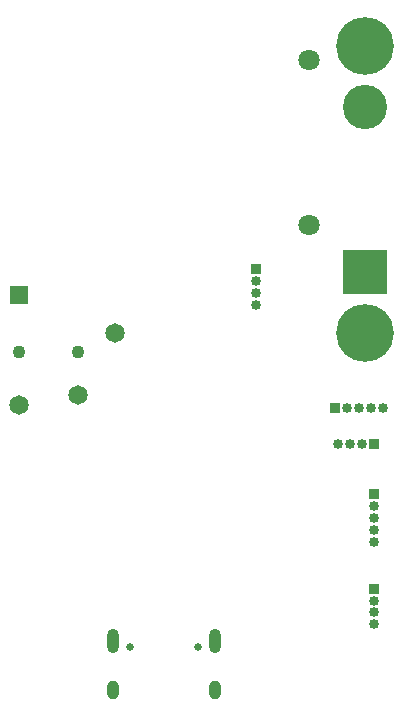
<source format=gbs>
G04 #@! TF.GenerationSoftware,KiCad,Pcbnew,8.0.4*
G04 #@! TF.CreationDate,2024-08-02T16:29:59-04:00*
G04 #@! TF.ProjectId,adcesp32,61646365-7370-4333-922e-6b696361645f,rev?*
G04 #@! TF.SameCoordinates,Original*
G04 #@! TF.FileFunction,Soldermask,Bot*
G04 #@! TF.FilePolarity,Negative*
%FSLAX46Y46*%
G04 Gerber Fmt 4.6, Leading zero omitted, Abs format (unit mm)*
G04 Created by KiCad (PCBNEW 8.0.4) date 2024-08-02 16:29:59*
%MOMM*%
%LPD*%
G01*
G04 APERTURE LIST*
%ADD10R,0.850000X0.850000*%
%ADD11O,0.850000X0.850000*%
%ADD12C,1.100000*%
%ADD13R,1.650000X1.650000*%
%ADD14C,1.650000*%
%ADD15C,0.650000*%
%ADD16O,1.000000X2.100000*%
%ADD17O,1.000000X1.600000*%
%ADD18C,4.890000*%
%ADD19R,3.750000X3.750000*%
%ADD20C,1.800000*%
%ADD21C,3.750000*%
G04 APERTURE END LIST*
D10*
X228250000Y-96000000D03*
D11*
X229250000Y-96000000D03*
X230250000Y-96000000D03*
X231250000Y-96000000D03*
X232250000Y-96000000D03*
D12*
X201500000Y-91250000D03*
X206500000Y-91250000D03*
D13*
X201500000Y-86450000D03*
D14*
X206500000Y-94850000D03*
X209600000Y-89650000D03*
X201500000Y-95750000D03*
D10*
X231500000Y-99000000D03*
D11*
X230500000Y-99000000D03*
X229500000Y-99000000D03*
X228500000Y-99000000D03*
D10*
X231505700Y-103294300D03*
D11*
X231505700Y-104294300D03*
X231505700Y-105294300D03*
X231505700Y-106294300D03*
X231505700Y-107294300D03*
D10*
X231505700Y-111294300D03*
D11*
X231505700Y-112294300D03*
X231505700Y-113294300D03*
X231505700Y-114294300D03*
D15*
X210860000Y-116250000D03*
X216640000Y-116250000D03*
D16*
X209430000Y-115720000D03*
D17*
X209430000Y-119900000D03*
D16*
X218070000Y-115720000D03*
D17*
X218070000Y-119900000D03*
D10*
X221500000Y-84250000D03*
D11*
X221500000Y-85250000D03*
X221500000Y-86250000D03*
X221500000Y-87250000D03*
D18*
X230750000Y-65350000D03*
X230750000Y-89650000D03*
D19*
X230750000Y-84500000D03*
D20*
X226000000Y-80500000D03*
D21*
X230750000Y-70500000D03*
D20*
X226000000Y-66500000D03*
M02*

</source>
